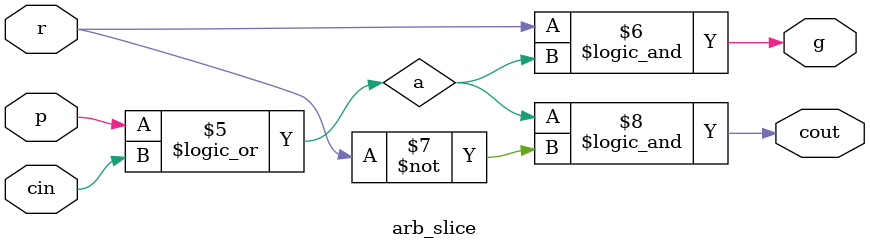
<source format=sv>


module fast_ppe(r, g, p, anyGnt);
  parameter n = 16;
  parameter lah = 4;
  
  input   [n-1:0] r;
  input   [n-1:0] p;
  output  [n-1:0] g;
  output                      anyGnt;   //low if a grant is made
  
  logic   [n-1:0] gnt_not_round;
  logic                       anyGnt_not_round;
  logic   [n-1:0] gnt_smpl;
  logic                       anyGnt_smpl;
  logic	[n-1:0] gnd;

assign gnd = 0;

generate 
	if (lah>0) begin // If lookahead is required
		ppe #(n, lah) inst_smpl_ppe (
			.r(r),
			.p(gnd),
			.g(gnt_smpl),
			.cin(1'b1),
			.cout(anyGnt_smpl));
    
		ppe #(n, lah) inst_not_round_ppe (
			.r(r),
			.p(p),
			.g(gnt_not_round),
			.cin(1'b0),
			.cout(anyGnt_not_round));
	end else begin // without lookahead
		arb #(n) ppe_without_la1 (.p(gnd), .r(r), .g(gnt_smpl), .cin(1'b1), .cout(anyGnt_smpl));
		arb #(n) ppe_without_la2 (.p(p), .r(r), .g(gnt_not_round), .cin(1'b0), .cout(anyGnt_not_round));
	end
endgenerate
	
  assign g = anyGnt_not_round ? gnt_smpl : gnt_not_round;    
  assign anyGnt = anyGnt_smpl;
  
endmodule
  
  
// A progarmmable priority encoder using lookahead carry logic
module ppe(r, g, p, cin, cout);
parameter n = 16;
parameter lah = 4;

input   [n-1:0] r;
input   [n-1:0] p;
output  [n-1:0] g;
input   cin;
output  cout;

	logic   [n/lah-1:0] c;
	logic   [n/lah-1:0] a;
	logic   [n/lah-1:0] b;
	
	generate
		for (genvar k=0;k<(n/lah)-1;k++) begin
        
            // Carry Look-ahead Generator
            clg #(lah) inst_clg (
            .r(r[k*lah+lah-1:k*lah]),
            .p(p[k*lah+lah-1:k*lah]),
            .a(a[k]),
            .b(b[k]));
                
                
            // Arbiter Module
            arb #(lah) inst_ppe_small (
				.r(r[k*lah+lah-1:k*lah]),
                .p(p[k*lah+lah-1:k*lah]),
                .g(g[k*lah+lah-1:k*lah]),
                .cin(c[k]),
				.cout());
                  
                
            // Carry Logic
            always @(*) begin
              c[k+1] = a[k] | (b[k] & c[k]);
            end   
                
		end
	endgenerate

	arb #(lah) inst_ppe_last (
		.r(r[n-1:n-lah]),
        .p(p[n-1:n-lah]),
        .g(g[n-1:n-lah]),
        .cin(c[(n/lah)-1]),
		.cout(cout));
 
		always @(*) begin
			c[0] = cin;       
		end

			

 endmodule

 
 module clg (r, p, a, b);
   parameter lah = 4;
   
   input [lah-1:0] r;
   input [lah-1:0] p;
   output a;
   output b;
   
   logic [lah-1:0] t;
   logic b_int;
   logic a_int;
   
   always @(*) begin
      b_int <= & (~r); 
      a_int <= |t;
   end
   
   generate
      for (genvar k=0;k<lah;k++) begin
          assign t[k] = & {!r[lah-1:k], p[k]};
      end
  endgenerate   
   
   assign a = a_int;
   assign b = b_int;
   
 endmodule
 
 

 module arb (r, p, g, cin, cout);
   parameter n = 8;
   
    input  [n-1:0] r;       
    input  [n-1:0] p;  
    output  [n-1:0] g;
    input cin;
    output cout;
		
    logic [n-1:1] c;
		
		arb_slice arb_slice_start(.p(p[0]), .r(r[0]), .cin(cin), .cout(c[1]), .g(g[0]));
		generate
		  for (genvar k=1;k<n-1;k++) begin
			   arb_slice inst_arb_slice(.p(p[k]), .r(r[k]), .cin(c[k]), .cout(c[k+1]), .g(g[k]));
		  end
		endgenerate
		arb_slice arb_slice_end(.p(p[n-1]), .r(r[n-1]), .cin(c[n-1]), .cout(cout), .g(g[n-1]));
  
 endmodule     
 



module arb_slice(p, r, cin, cout, g);

input p;
input r;
input cin;
output reg cout;
output reg g;

reg a;

always @ (p or cin or r) begin
	a = p || cin;
	g = r && a;
	cout = a && (~r);
end 

endmodule

</source>
